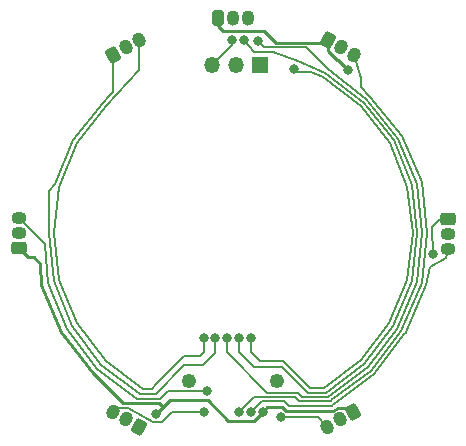
<source format=gbl>
%TF.GenerationSoftware,KiCad,Pcbnew,(6.0.5)*%
%TF.CreationDate,2022-06-17T15:31:11-04:00*%
%TF.ProjectId,Hall_ring,48616c6c-5f72-4696-9e67-2e6b69636164,0*%
%TF.SameCoordinates,Original*%
%TF.FileFunction,Copper,L2,Bot*%
%TF.FilePolarity,Positive*%
%FSLAX46Y46*%
G04 Gerber Fmt 4.6, Leading zero omitted, Abs format (unit mm)*
G04 Created by KiCad (PCBNEW (6.0.5)) date 2022-06-17 15:31:11*
%MOMM*%
%LPD*%
G01*
G04 APERTURE LIST*
G04 Aperture macros list*
%AMRoundRect*
0 Rectangle with rounded corners*
0 $1 Rounding radius*
0 $2 $3 $4 $5 $6 $7 $8 $9 X,Y pos of 4 corners*
0 Add a 4 corners polygon primitive as box body*
4,1,4,$2,$3,$4,$5,$6,$7,$8,$9,$2,$3,0*
0 Add four circle primitives for the rounded corners*
1,1,$1+$1,$2,$3*
1,1,$1+$1,$4,$5*
1,1,$1+$1,$6,$7*
1,1,$1+$1,$8,$9*
0 Add four rect primitives between the rounded corners*
20,1,$1+$1,$2,$3,$4,$5,0*
20,1,$1+$1,$4,$5,$6,$7,0*
20,1,$1+$1,$6,$7,$8,$9,0*
20,1,$1+$1,$8,$9,$2,$3,0*%
%AMHorizOval*
0 Thick line with rounded ends*
0 $1 width*
0 $2 $3 position (X,Y) of the first rounded end (center of the circle)*
0 $4 $5 position (X,Y) of the second rounded end (center of the circle)*
0 Add line between two ends*
20,1,$1,$2,$3,$4,$5,0*
0 Add two circle primitives to create the rounded ends*
1,1,$1,$2,$3*
1,1,$1,$4,$5*%
G04 Aperture macros list end*
%TA.AperFunction,ComponentPad*%
%ADD10R,1.350000X1.350000*%
%TD*%
%TA.AperFunction,ComponentPad*%
%ADD11O,1.350000X1.350000*%
%TD*%
%TA.AperFunction,ComponentPad*%
%ADD12RoundRect,0.249900X-0.275100X-0.400100X0.275100X-0.400100X0.275100X0.400100X-0.275100X0.400100X0*%
%TD*%
%TA.AperFunction,ComponentPad*%
%ADD13O,1.050000X1.300000*%
%TD*%
%TA.AperFunction,ComponentPad*%
%ADD14C,1.248000*%
%TD*%
%TA.AperFunction,ComponentPad*%
%ADD15RoundRect,0.249900X0.438294X0.208947X-0.038194X0.484047X-0.438294X-0.208947X0.038194X-0.484047X0*%
%TD*%
%TA.AperFunction,ComponentPad*%
%ADD16HorizOval,1.050000X0.062500X0.108253X-0.062500X-0.108253X0*%
%TD*%
%TA.AperFunction,ComponentPad*%
%ADD17RoundRect,0.249900X-0.400100X0.275100X-0.400100X-0.275100X0.400100X-0.275100X0.400100X0.275100X0*%
%TD*%
%TA.AperFunction,ComponentPad*%
%ADD18O,1.300000X1.050000*%
%TD*%
%TA.AperFunction,ComponentPad*%
%ADD19RoundRect,0.249900X0.400100X-0.275100X0.400100X0.275100X-0.400100X0.275100X-0.400100X-0.275100X0*%
%TD*%
%TA.AperFunction,ComponentPad*%
%ADD20RoundRect,0.249900X-0.438294X-0.208947X0.038194X-0.484047X0.438294X0.208947X-0.038194X0.484047X0*%
%TD*%
%TA.AperFunction,ComponentPad*%
%ADD21HorizOval,1.050000X-0.062500X-0.108253X0.062500X0.108253X0*%
%TD*%
%TA.AperFunction,ComponentPad*%
%ADD22RoundRect,0.249900X-0.038194X-0.484047X0.438294X-0.208947X0.038194X0.484047X-0.438294X0.208947X0*%
%TD*%
%TA.AperFunction,ComponentPad*%
%ADD23HorizOval,1.050000X-0.062500X0.108253X0.062500X-0.108253X0*%
%TD*%
%TA.AperFunction,ComponentPad*%
%ADD24RoundRect,0.249900X0.038194X0.484047X-0.438294X0.208947X-0.038194X-0.484047X0.438294X-0.208947X0*%
%TD*%
%TA.AperFunction,ViaPad*%
%ADD25C,0.800000*%
%TD*%
%TA.AperFunction,Conductor*%
%ADD26C,0.250000*%
%TD*%
%TA.AperFunction,Conductor*%
%ADD27C,0.200000*%
%TD*%
G04 APERTURE END LIST*
D10*
%TO.P,D1,1*%
%TO.N,Net-(D1-Pad1)*%
X129250000Y-115290000D03*
D11*
%TO.P,D1,2*%
%TO.N,GND*%
X127250000Y-115290000D03*
%TO.P,D1,3*%
%TO.N,Net-(D1-Pad3)*%
X125250000Y-115290000D03*
%TD*%
D12*
%TO.P,U6,1*%
%TO.N,VCC*%
X125704600Y-111340000D03*
D13*
%TO.P,U6,2*%
%TO.N,GND*%
X126974600Y-111340000D03*
%TO.P,U6,3*%
%TO.N,/hall_button*%
X128244600Y-111340000D03*
%TD*%
D14*
%TO.P,J1,S1*%
%TO.N,GND*%
X130750000Y-142040000D03*
%TO.P,J1,S2*%
X123250000Y-142040000D03*
%TD*%
D15*
%TO.P,U2,1*%
%TO.N,VCC*%
X118999852Y-145925000D03*
D16*
%TO.P,U2,2*%
%TO.N,GND*%
X117900000Y-145290000D03*
%TO.P,U2,3*%
%TO.N,/hall_2*%
X116800147Y-144655000D03*
%TD*%
D17*
%TO.P,U4,1*%
%TO.N,VCC*%
X145150000Y-128320000D03*
D18*
%TO.P,U4,2*%
%TO.N,GND*%
X145150000Y-129590000D03*
%TO.P,U4,3*%
%TO.N,/hall_4*%
X145150000Y-130860000D03*
%TD*%
D19*
%TO.P,U1,1*%
%TO.N,VCC*%
X108850000Y-130810000D03*
D18*
%TO.P,U1,2*%
%TO.N,GND*%
X108850000Y-129540000D03*
%TO.P,U1,3*%
%TO.N,/hall_1*%
X108850000Y-128270000D03*
%TD*%
D20*
%TO.P,U5,1*%
%TO.N,VCC*%
X135000148Y-113155000D03*
D21*
%TO.P,U5,2*%
%TO.N,GND*%
X136100000Y-113790000D03*
%TO.P,U5,3*%
%TO.N,/hall_5*%
X137199853Y-114425000D03*
%TD*%
D22*
%TO.P,U7,1*%
%TO.N,/batt*%
X116800148Y-114425000D03*
D23*
%TO.P,U7,2*%
%TO.N,GND*%
X117900000Y-113790000D03*
%TO.P,U7,3*%
%TO.N,/disable_power*%
X118999853Y-113155000D03*
%TD*%
D24*
%TO.P,U3,1*%
%TO.N,VCC*%
X137149852Y-144655000D03*
D23*
%TO.P,U3,2*%
%TO.N,GND*%
X136050000Y-145290000D03*
%TO.P,U3,3*%
%TO.N,/hall_3*%
X134950147Y-145925000D03*
%TD*%
D25*
%TO.N,VCC*%
X136700000Y-115740000D03*
X120450000Y-144889990D03*
X143900000Y-131340000D03*
X129500000Y-144664992D03*
%TO.N,Net-(D1-Pad3)*%
X126900000Y-113190000D03*
%TO.N,/hall_5*%
X127500000Y-144665012D03*
%TO.N,/hall_3*%
X131040911Y-145139991D03*
%TO.N,/hall_1*%
X124800000Y-142940000D03*
%TO.N,/hall_button*%
X126500000Y-138415000D03*
X129090432Y-113280000D03*
%TO.N,/hall_4*%
X128500000Y-144665012D03*
%TO.N,/hall_2*%
X124500000Y-144665020D03*
%TO.N,/batt*%
X125500000Y-138415000D03*
%TO.N,Net-(J1-Pad03)*%
X132185032Y-115614996D03*
X128500000Y-138415000D03*
%TO.N,Net-(J1-Pad05)*%
X127500000Y-138415000D03*
X127891776Y-113198224D03*
%TO.N,/disable_power*%
X124500000Y-138415000D03*
%TD*%
D26*
%TO.N,VCC*%
X135000148Y-113155000D02*
X135000148Y-114090148D01*
X134719131Y-113436017D02*
X135000148Y-113155000D01*
X129570349Y-112390000D02*
X130616366Y-113436017D01*
X115150000Y-141390000D02*
X112450000Y-137940000D01*
X121050000Y-144290000D02*
X121050000Y-144240000D01*
X137149852Y-144655000D02*
X136818609Y-144323757D01*
X129899999Y-144264993D02*
X129500000Y-144664992D01*
X135447971Y-144570039D02*
X131469961Y-144570039D01*
X110650000Y-132190000D02*
X110100000Y-131590000D01*
X130616366Y-113436017D02*
X134719131Y-113436017D01*
X121050000Y-144240000D02*
X120750000Y-143940000D01*
X110100000Y-131590000D02*
X109630000Y-131590000D01*
X110750000Y-133890000D02*
X110650000Y-132190000D01*
X125704600Y-111340000D02*
X125704600Y-111990000D01*
X121650000Y-143690000D02*
X124850996Y-143690000D01*
X135874543Y-144323757D02*
X135447971Y-144570039D01*
X135800000Y-114890000D02*
X135850000Y-114890000D01*
X125704600Y-111990000D02*
X126104600Y-112390000D01*
X126104600Y-112390000D02*
X129570349Y-112390000D01*
X120750000Y-143940000D02*
X117700000Y-143940000D01*
X131164915Y-144264993D02*
X129899999Y-144264993D01*
D27*
X145150000Y-128320000D02*
X144500000Y-128320000D01*
D26*
X126575987Y-145414991D02*
X128750001Y-145414991D01*
X131469961Y-144570039D02*
X131164915Y-144264993D01*
X120450010Y-144889990D02*
X120450000Y-144889990D01*
X109630000Y-131590000D02*
X108850000Y-130810000D01*
X117700000Y-143940000D02*
X115150000Y-141390000D01*
X121050000Y-144290000D02*
X120450010Y-144889990D01*
X135850000Y-114890000D02*
X136700000Y-115740000D01*
X121050000Y-144290000D02*
X121650000Y-143690000D01*
X135000148Y-114090148D02*
X135800000Y-114890000D01*
D27*
X143800000Y-129020000D02*
X143900000Y-131340000D01*
D26*
X112450000Y-137940000D02*
X110750000Y-133890000D01*
D27*
X144500000Y-128320000D02*
X143800000Y-129020000D01*
D26*
X124850996Y-143690000D02*
X126575987Y-145414991D01*
X136818609Y-144323757D02*
X135874543Y-144323757D01*
X128750001Y-145414991D02*
X129500000Y-144664992D01*
D27*
%TO.N,Net-(D1-Pad3)*%
X125250000Y-115290000D02*
X126900000Y-113640000D01*
X126900000Y-113640000D02*
X126900000Y-113190000D01*
%TO.N,/hall_5*%
X142950000Y-133790000D02*
X141250000Y-137840000D01*
X137800000Y-117179931D02*
X138600272Y-117980203D01*
X132250011Y-143390011D02*
X128775001Y-143390011D01*
X143000000Y-125240000D02*
X143400000Y-129540000D01*
X141250000Y-137840000D02*
X138650000Y-141190000D01*
X137199853Y-114425000D02*
X137800000Y-116390000D01*
X141313571Y-121340000D02*
X143000000Y-125240000D01*
X132600000Y-143740000D02*
X132250011Y-143390011D01*
X138600272Y-117980203D02*
X141313571Y-121340000D01*
X135300000Y-143690000D02*
X135250000Y-143740000D01*
X137800000Y-116390000D02*
X137800000Y-117179931D01*
X135250000Y-143740000D02*
X132600000Y-143740000D01*
X127899999Y-144265013D02*
X127500000Y-144665012D01*
X128775001Y-143390011D02*
X127899999Y-144265013D01*
X138650000Y-141190000D02*
X135300000Y-143690000D01*
X143400000Y-129540000D02*
X142950000Y-133790000D01*
%TO.N,/hall_3*%
X134950147Y-145925000D02*
X134165138Y-145139991D01*
X134165138Y-145139991D02*
X131040911Y-145139991D01*
%TO.N,/hall_1*%
X120844667Y-143564989D02*
X121469656Y-142940000D01*
X121469656Y-142940000D02*
X124800000Y-142940000D01*
X115500000Y-141040000D02*
X118899955Y-143564989D01*
X112950000Y-137640000D02*
X115500000Y-141040000D01*
X111050000Y-130490000D02*
X111300000Y-133740000D01*
X111300000Y-133740000D02*
X112950000Y-137640000D01*
X118899955Y-143564989D02*
X120844667Y-143564989D01*
X108850000Y-128270000D02*
X111050000Y-130490000D01*
%TO.N,/hall_button*%
X133170528Y-113810528D02*
X129620960Y-113810528D01*
X138400000Y-140890000D02*
X140900000Y-137640000D01*
X140950000Y-121540000D02*
X138271468Y-118167953D01*
X132500000Y-143040000D02*
X132850000Y-143390000D01*
X135050000Y-143390000D02*
X138400000Y-140890000D01*
X126500000Y-139640000D02*
X129900000Y-143040000D01*
X132850000Y-143390000D02*
X135050000Y-143390000D01*
X143000000Y-129540000D02*
X142550000Y-125390000D01*
X142550000Y-125390000D02*
X140950000Y-121540000D01*
X142550000Y-133690000D02*
X143000000Y-129540000D01*
X140900000Y-137640000D02*
X142550000Y-133690000D01*
X126500000Y-138415000D02*
X126500000Y-139640000D01*
X138271468Y-118167953D02*
X135000000Y-115640000D01*
X135000000Y-115640000D02*
X133170528Y-113810528D01*
X129900000Y-143040000D02*
X132500000Y-143040000D01*
X129620960Y-113810528D02*
X129090432Y-113280000D01*
%TO.N,/hall_4*%
X135481145Y-144007227D02*
X135348372Y-144140000D01*
X135543699Y-144007226D02*
X135481145Y-144007227D01*
X145150000Y-130860000D02*
X145000000Y-131640000D01*
X145000000Y-131640000D02*
X143650000Y-132440000D01*
X141504159Y-138114239D02*
X138900000Y-141490000D01*
X141609373Y-138009025D02*
X141504159Y-138114239D01*
X141609373Y-137892308D02*
X141609373Y-138009025D01*
X129424990Y-143740022D02*
X128500000Y-144665012D01*
X135348372Y-144140000D02*
X131733458Y-144140000D01*
X143300000Y-133940000D02*
X141609373Y-137892308D01*
X131733458Y-144140000D02*
X131333480Y-143740022D01*
X138900000Y-141490000D02*
X135543699Y-144007226D01*
X131333480Y-143740022D02*
X129424990Y-143740022D01*
X143650000Y-132440000D02*
X143300000Y-133940000D01*
%TO.N,/hall_2*%
X120962982Y-145540000D02*
X121837962Y-144665020D01*
X116800147Y-144655000D02*
X117140136Y-144315011D01*
X120250000Y-145540000D02*
X120962982Y-145540000D01*
X117140136Y-144315011D02*
X118094020Y-144315011D01*
X121837962Y-144665020D02*
X124500000Y-144665020D01*
X118094020Y-144315011D02*
X120250000Y-145540000D01*
%TO.N,/batt*%
X125500000Y-138415000D02*
X125500000Y-139690000D01*
X116800148Y-115155508D02*
X116800148Y-114425000D01*
X125500000Y-139690000D02*
X124450000Y-140740000D01*
X111939606Y-125389665D02*
X113400000Y-121690000D01*
X111800000Y-133590000D02*
X111400000Y-129540000D01*
X120472495Y-143140000D02*
X119100000Y-143140000D01*
X113350000Y-137390000D02*
X111800000Y-133590000D01*
X115950000Y-118490000D02*
X116500000Y-117890000D01*
X122872495Y-140740000D02*
X120472495Y-143140000D01*
X116800148Y-117589852D02*
X116800148Y-115155508D01*
X124450000Y-140740000D02*
X122872495Y-140740000D01*
X111400000Y-129540000D02*
X111400000Y-125929271D01*
X111400000Y-125929271D02*
X111939606Y-125389665D01*
X119100000Y-143140000D02*
X115850000Y-140690000D01*
X116500000Y-117890000D02*
X116800148Y-117589852D01*
X115850000Y-140690000D02*
X113350000Y-137390000D01*
X113400000Y-121690000D02*
X115950000Y-118490000D01*
%TO.N,Net-(J1-Pad03)*%
X134665320Y-142689989D02*
X137800000Y-140290000D01*
X129299989Y-140389989D02*
X131244979Y-140389989D01*
X128500000Y-139590000D02*
X129299989Y-140389989D01*
X133544979Y-142689989D02*
X134665320Y-142689989D01*
X132460039Y-115890003D02*
X132185032Y-115614996D01*
X134600000Y-116340000D02*
X133600009Y-115890003D01*
X133600009Y-115890003D02*
X132460039Y-115890003D01*
X140200000Y-137140000D02*
X141750000Y-133490000D01*
X131244979Y-140389989D02*
X133544979Y-142689989D01*
X137800000Y-140290000D02*
X140200000Y-137140000D01*
X128500000Y-138415000D02*
X128500000Y-139590000D01*
X140300000Y-121890000D02*
X137800000Y-118790000D01*
X141750000Y-125590000D02*
X140300000Y-121890000D01*
X141750000Y-133490000D02*
X142200000Y-129540000D01*
X142200000Y-129540000D02*
X141750000Y-125590000D01*
X137800000Y-118790000D02*
X134600000Y-116340000D01*
%TO.N,Net-(J1-Pad05)*%
X128750000Y-114240000D02*
X127891776Y-113198224D01*
X140550000Y-137390000D02*
X142100000Y-133590000D01*
X142150000Y-125490000D02*
X140600000Y-121690000D01*
X131100000Y-140840000D02*
X133300000Y-143040000D01*
X134800000Y-115940000D02*
X132450000Y-114940000D01*
X138050000Y-118490000D02*
X134800000Y-115940000D01*
X132450000Y-114940000D02*
X130350000Y-114240000D01*
X140600000Y-121690000D02*
X138050000Y-118490000D01*
X130350000Y-114240000D02*
X128750000Y-114240000D01*
X142600000Y-129540000D02*
X142150000Y-125490000D01*
X133300000Y-143040000D02*
X134850000Y-143040000D01*
X142100000Y-133590000D02*
X142600000Y-129540000D01*
X127500000Y-138415000D02*
X127500000Y-139590000D01*
X128750000Y-140840000D02*
X131100000Y-140840000D01*
X138100000Y-140590000D02*
X140550000Y-137390000D01*
X134850000Y-143040000D02*
X138100000Y-140590000D01*
X127500000Y-139590000D02*
X128750000Y-140840000D01*
%TO.N,/disable_power*%
X120103446Y-142740000D02*
X119400000Y-142740000D01*
X112250000Y-125590000D02*
X113750000Y-121890000D01*
X122800000Y-139940000D02*
X120454492Y-142285508D01*
X119000000Y-115690000D02*
X118999853Y-113155000D01*
X116250000Y-118790000D02*
X119000000Y-115690000D01*
X116200000Y-140340000D02*
X113800000Y-137140000D01*
X124200000Y-139940000D02*
X122800000Y-139940000D01*
X113750000Y-121890000D02*
X116250000Y-118790000D01*
X119400000Y-142740000D02*
X116200000Y-140340000D01*
X113800000Y-137140000D02*
X112250000Y-133490000D01*
X120454492Y-142285508D02*
X120103446Y-142740000D01*
X124500000Y-139640000D02*
X124200000Y-139940000D01*
X112250000Y-133490000D02*
X111800000Y-129540000D01*
X111800000Y-129540000D02*
X112250000Y-125590000D01*
X124500000Y-138415000D02*
X124500000Y-139640000D01*
%TD*%
M02*

</source>
